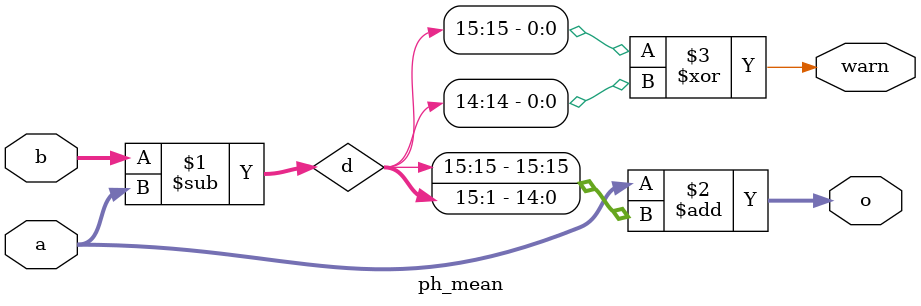
<source format=v>
module ph_mean(a, b, o, warn);
parameter w=16;
input signed [w-1:0] a, b;
output signed [w-1:0] o;
output warn;
wire signed [w-1:0] d = b - a;
// don't trust synthesizer to handle d/2
assign o = a + $signed({d[w-1],d[w-1:1]});
assign warn = d[w-1] ^ d[w-2];
endmodule

</source>
